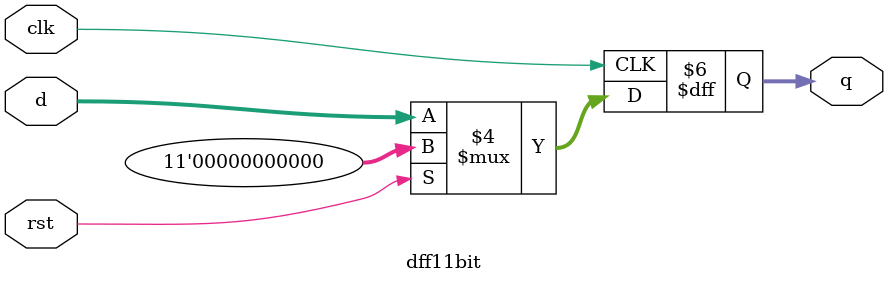
<source format=v>
`timescale 1ns / 1ps

module dff11bit (clk,rst,d,q);
  input clk;
  input rst;
  input[10:0] d;
  output reg[10:0] q;

  always @(posedge clk)
		begin
		  if(rst==1) 
			begin
				q<=0;
			end
		  else 
			begin 
				q<=d;
			end
		end

endmodule


</source>
